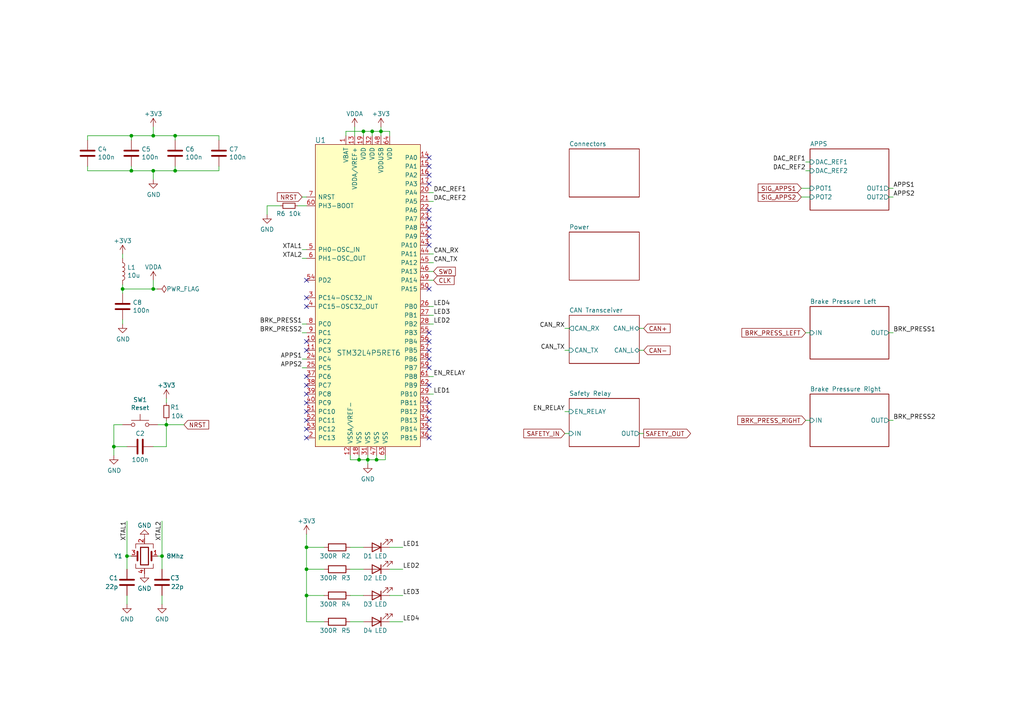
<source format=kicad_sch>
(kicad_sch (version 20230121) (generator eeschema)
  (paper "A4")
  (title_block (title "Accelerator Pedal Position Sensor") (date "2023-04-22") (rev "2.0") (company "S. Sambor") (comment 1 "J. Jurczak") (comment 2 "P. Gawron") (comment 3 "I. Kajdan"))
  (lib_symbols
    (symbol "Device:C" (pin_numbers hide) (pin_names (offset 0.254))
      (property "Reference" "C" (at 0.635 2.54 0))
      (property "Value" "C" (at 0.635 -2.54 0))
      (symbol "C_0_1"
        (polyline (pts (xy -2.032 -0.762) (xy 2.032 -0.762)) (stroke (width 0.508)))
        (polyline (pts (xy -2.032 0.762) (xy 2.032 0.762)) (stroke (width 0.508)))
      )
      (symbol "C_1_1"
        (pin passive line (at 0 3.81 270) (length 2.794) (name "~") (number "1"))
        (pin passive line (at 0 -3.81 90) (length 2.794) (name "~") (number "2"))
      )
    )
    (symbol "Device:Crystal_GND24" (pin_names (offset 1.016) hide)
      (property "Reference" "Y" (at 3.175 5.08 0))
      (property "Value" "Crystal_GND24" (at 3.175 3.175 0))
      (symbol "Crystal_GND24_0_1"
        (rectangle (start -1.143 2.54) (end 1.143 -2.54) (stroke (width 0.3048)))
        (polyline (pts (xy -2.54 0) (xy -2.032 0)))
        (polyline (pts (xy -2.032 -1.27) (xy -2.032 1.27)) (stroke (width 0.508)))
        (polyline (pts (xy 0 -3.81) (xy 0 -3.556)))
        (polyline (pts (xy 0 3.556) (xy 0 3.81)))
        (polyline (pts (xy 2.032 -1.27) (xy 2.032 1.27)) (stroke (width 0.508)))
        (polyline (pts (xy 2.032 0) (xy 2.54 0)))
        (polyline (pts (xy -2.54 -2.286) (xy -2.54 -3.556) (xy 2.54 -3.556) (xy 2.54 -2.286)))
        (polyline (pts (xy -2.54 2.286) (xy -2.54 3.556) (xy 2.54 3.556) (xy 2.54 2.286)))
      )
      (symbol "Crystal_GND24_1_1"
        (pin passive line (at -3.81 0 0) (length 1.27) (name "1") (number "1"))
        (pin passive line (at 0 5.08 270) (length 1.27) (name "2") (number "2"))
        (pin passive line (at 3.81 0 180) (length 1.27) (name "3") (number "3"))
        (pin passive line (at 0 -5.08 90) (length 1.27) (name "4") (number "4"))
      )
    )
    (symbol "Device:L" (pin_numbers hide) (pin_names (offset 1.016) hide)
      (property "Reference" "L" (at -1.27 0 90))
      (property "Value" "L" (at 1.905 0 90))
      (symbol "L_0_1"
        (arc (start 0 -2.54) (mid 0.6323 -1.905) (end 0 -1.27))
        (arc (start 0 -1.27) (mid 0.6323 -0.635) (end 0 0))
        (arc (start 0 0) (mid 0.6323 0.635) (end 0 1.27))
        (arc (start 0 1.27) (mid 0.6323 1.905) (end 0 2.54))
      )
      (symbol "L_1_1"
        (pin passive line (at 0 3.81 270) (length 1.27) (name "1") (number "1"))
        (pin passive line (at 0 -3.81 90) (length 1.27) (name "2") (number "2"))
      )
    )
    (symbol "Device:LED" (pin_numbers hide) (pin_names (offset 1.016) hide)
      (property "Reference" "D" (at 0 2.54 0))
      (property "Value" "LED" (at 0 -2.54 0))
      (symbol "LED_0_1"
        (polyline (pts (xy -1.27 -1.27) (xy -1.27 1.27)) (stroke (width 0.254)))
        (polyline (pts (xy -1.27 0) (xy 1.27 0)))
        (polyline (pts (xy 1.27 -1.27) (xy 1.27 1.27) (xy -1.27 0) (xy 1.27 -1.27)) (stroke (width 0.254)))
        (polyline (pts (xy -3.048 -0.762) (xy -4.572 -2.286) (xy -3.81 -2.286) (xy -4.572 -2.286) (xy -4.572 -1.524)))
        (polyline (pts (xy -1.778 -0.762) (xy -3.302 -2.286) (xy -2.54 -2.286) (xy -3.302 -2.286) (xy -3.302 -1.524)))
      )
      (symbol "LED_1_1"
        (pin passive line (at -3.81 0 0) (length 2.54) (name "K") (number "1"))
        (pin passive line (at 3.81 0 180) (length 2.54) (name "A") (number "2"))
      )
    )
    (symbol "Device:R" (pin_numbers hide) (pin_names (offset 0))
      (property "Reference" "R" (at 2.032 0 90))
      (property "Value" "R" (at 0 0 90))
      (symbol "R_0_1"
        (rectangle (start -1.016 -2.54) (end 1.016 2.54) (stroke (width 0.254)))
      )
      (symbol "R_1_1"
        (pin passive line (at 0 3.81 270) (length 1.27) (name "~") (number "1"))
        (pin passive line (at 0 -3.81 90) (length 1.27) (name "~") (number "2"))
      )
    )
    (symbol "Device:R_Small" (pin_numbers hide) (pin_names (offset 0.254) hide)
      (property "Reference" "R" (at 0.762 0.508 0))
      (property "Value" "R_Small" (at 0.762 -1.016 0))
      (symbol "R_Small_0_1"
        (rectangle (start -0.762 1.778) (end 0.762 -1.778) (stroke (width 0.2032)))
      )
      (symbol "R_Small_1_1"
        (pin passive line (at 0 2.54 270) (length 0.762) (name "~") (number "1"))
        (pin passive line (at 0 -2.54 90) (length 0.762) (name "~") (number "2"))
      )
    )
    (symbol "STM32L4P5RET6:STM32L4P5RET6" (pin_names (offset 0.762))
      (property "Reference" "U" (at -13.97 43.18 0))
      (property "Value" "STM32L4P5RET6" (at 0 -20.32 90))
      (symbol "STM32L4P5RET6_0_0"
        (pin power_in line (at -6.35 44.45 270) (length 2.54) (name "VBAT") (number "1"))
        (pin bidirectional line (at -17.78 -15.24 0) (length 2.54) (name "PC2") (number "10"))
        (pin bidirectional line (at -17.78 -17.78 0) (length 2.54) (name "PC3") (number "11"))
        (pin power_in line (at -5.08 -48.26 90) (length 2.54) (name "VSSA/VREF-") (number "12"))
        (pin power_in line (at -3.81 44.45 270) (length 2.54) (name "VDDA/VREF+") (number "13"))
        (pin bidirectional line (at 17.78 38.1 180) (length 2.54) (name "PA0") (number "14"))
        (pin bidirectional line (at 17.78 35.56 180) (length 2.54) (name "PA1") (number "15"))
        (pin bidirectional line (at 17.78 33.02 180) (length 2.54) (name "PA2") (number "16"))
        (pin bidirectional line (at 17.78 30.48 180) (length 2.54) (name "PA3") (number "17"))
        (pin power_in line (at -2.54 -48.26 90) (length 2.54) (name "VSS") (number "18"))
        (pin power_in line (at -1.27 44.45 270) (length 2.54) (name "VDD") (number "19"))
        (pin bidirectional line (at -17.78 -43.18 0) (length 2.54) (name "PC13") (number "2"))
        (pin bidirectional line (at 17.78 27.94 180) (length 2.54) (name "PA4") (number "20"))
        (pin bidirectional line (at 17.78 25.4 180) (length 2.54) (name "PA5") (number "21"))
        (pin bidirectional line (at 17.78 22.86 180) (length 2.54) (name "PA6") (number "22"))
        (pin bidirectional line (at 17.78 20.32 180) (length 2.54) (name "PA7") (number "23"))
        (pin bidirectional line (at -17.78 -20.32 0) (length 2.54) (name "PC4") (number "24"))
        (pin bidirectional line (at -17.78 -22.86 0) (length 2.54) (name "PC5") (number "25"))
        (pin bidirectional line (at 17.78 -5.08 180) (length 2.54) (name "PB0") (number "26"))
        (pin bidirectional line (at 17.78 -7.62 180) (length 2.54) (name "PB1") (number "27"))
        (pin bidirectional line (at 17.78 -10.16 180) (length 2.54) (name "PB2") (number "28"))
        (pin bidirectional line (at 17.78 -30.48 180) (length 2.54) (name "PB10") (number "29"))
        (pin bidirectional line (at -17.78 -2.54 0) (length 2.54) (name "PC14-OSC32_IN") (number "3"))
        (pin bidirectional line (at 17.78 -33.02 180) (length 2.54) (name "PB11") (number "30"))
        (pin power_in line (at 0 -48.26 90) (length 2.54) (name "VSS") (number "31"))
        (pin power_in line (at 1.27 44.45 270) (length 2.54) (name "VDD") (number "32"))
        (pin bidirectional line (at 17.78 -35.56 180) (length 2.54) (name "PB12") (number "33"))
        (pin bidirectional line (at 17.78 -38.1 180) (length 2.54) (name "PB13") (number "34"))
        (pin bidirectional line (at 17.78 -40.64 180) (length 2.54) (name "PB14") (number "35"))
        (pin bidirectional line (at 17.78 -43.18 180) (length 2.54) (name "PB15") (number "36"))
        (pin bidirectional line (at -17.78 -25.4 0) (length 2.54) (name "PC6") (number "37"))
        (pin bidirectional line (at -17.78 -27.94 0) (length 2.54) (name "PC7") (number "38"))
        (pin bidirectional line (at -17.78 -30.48 0) (length 2.54) (name "PC8") (number "39"))
        (pin bidirectional line (at -17.78 -5.08 0) (length 2.54) (name "PC15-OSC32_OUT") (number "4"))
        (pin bidirectional line (at -17.78 -33.02 0) (length 2.54) (name "PC9") (number "40"))
        (pin bidirectional line (at 17.78 17.78 180) (length 2.54) (name "PA8") (number "41"))
        (pin bidirectional line (at 17.78 15.24 180) (length 2.54) (name "PA9") (number "42"))
        (pin bidirectional line (at 17.78 12.7 180) (length 2.54) (name "PA10") (number "43"))
        (pin bidirectional line (at 17.78 10.16 180) (length 2.54) (name "PA11") (number "44"))
        (pin bidirectional line (at 17.78 7.62 180) (length 2.54) (name "PA12") (number "45"))
        (pin bidirectional line (at 17.78 5.08 180) (length 2.54) (name "PA13") (number "46"))
        (pin power_in line (at 2.54 -48.26 90) (length 2.54) (name "VSS") (number "47"))
        (pin power_in line (at 3.81 44.45 270) (length 2.54) (name "VDDUSB") (number "48"))
        (pin bidirectional line (at 17.78 2.54 180) (length 2.54) (name "PA14") (number "49"))
        (pin input line (at -17.78 11.43 0) (length 2.54) (name "PH0-OSC_IN") (number "5"))
        (pin bidirectional line (at 17.78 0 180) (length 2.54) (name "PA15") (number "50"))
        (pin bidirectional line (at -17.78 -35.56 0) (length 2.54) (name "PC10") (number "51"))
        (pin bidirectional line (at -17.78 -38.1 0) (length 2.54) (name "PC11") (number "52"))
        (pin bidirectional line (at -17.78 -40.64 0) (length 2.54) (name "PC12") (number "53"))
        (pin bidirectional line (at -17.78 2.54 0) (length 2.54) (name "PD2") (number "54"))
        (pin bidirectional line (at 17.78 -12.7 180) (length 2.54) (name "PB3") (number "55"))
        (pin bidirectional line (at 17.78 -15.24 180) (length 2.54) (name "PB4") (number "56"))
        (pin bidirectional line (at 17.78 -17.78 180) (length 2.54) (name "PB5") (number "57"))
        (pin bidirectional line (at 17.78 -20.32 180) (length 2.54) (name "PB6") (number "58"))
        (pin bidirectional line (at 17.78 -22.86 180) (length 2.54) (name "PB7") (number "59"))
        (pin input line (at -17.78 8.89 0) (length 2.54) (name "PH1-OSC_OUT") (number "6"))
        (pin input line (at -17.78 24.13 0) (length 2.54) (name "PH3-BOOT") (number "60"))
        (pin bidirectional line (at 17.78 -25.4 180) (length 2.54) (name "PB8") (number "61"))
        (pin bidirectional line (at 17.78 -27.94 180) (length 2.54) (name "PB9") (number "62"))
        (pin power_in line (at 5.08 -48.26 90) (length 2.54) (name "VSS") (number "63"))
        (pin power_in line (at 6.35 44.45 270) (length 2.54) (name "VDD") (number "64"))
        (pin input line (at -17.78 26.67 0) (length 2.54) (name "NRST") (number "7"))
        (pin bidirectional line (at -17.78 -10.16 0) (length 2.54) (name "PC0") (number "8"))
        (pin bidirectional line (at -17.78 -12.7 0) (length 2.54) (name "PC1") (number "9"))
      )
      (symbol "STM32L4P5RET6_0_1"
        (rectangle (start 15.24 41.91) (end -15.24 -45.72) (fill (type background)))
      )
    )
    (symbol "Switch:SW_Push" (pin_numbers hide) (pin_names (offset 1.016) hide)
      (property "Reference" "SW" (at 1.27 2.54 0))
      (property "Value" "SW_Push" (at 0 -1.524 0))
      (symbol "SW_Push_0_1"
        (circle (center -2.032 0) (radius 0.508))
        (polyline (pts (xy 0 1.27) (xy 0 3.048)))
        (polyline (pts (xy 2.54 1.27) (xy -2.54 1.27)))
        (circle (center 2.032 0) (radius 0.508))
        (pin passive line (at -5.08 0 0) (length 2.54) (name "1") (number "1"))
        (pin passive line (at 5.08 0 180) (length 2.54) (name "2") (number "2"))
      )
    )
    (symbol "power:+3V3" (power) (pin_names (offset 0))
      (property "Value" "+3V3" (at 0 3.556 0))
      (symbol "+3V3_0_1"
        (polyline (pts (xy -0.762 1.27) (xy 0 2.54)))
        (polyline (pts (xy 0 0) (xy 0 2.54)))
        (polyline (pts (xy 0 2.54) (xy 0.762 1.27)))
      )
      (symbol "+3V3_1_1"
        (pin power_in line (at 0 0 90) (length 0) hide (name "+3V3") (number "1"))
      )
    )
    (symbol "power:GND" (power) (pin_names (offset 0))
      (property "Value" "GND" (at 0 -3.81 0))
      (symbol "GND_0_1"
        (polyline (pts (xy 0 0) (xy 0 -1.27) (xy 1.27 -1.27) (xy 0 -2.54) (xy -1.27 -1.27) (xy 0 -1.27)))
      )
      (symbol "GND_1_1"
        (pin power_in line (at 0 0 270) (length 0) hide (name "GND") (number "1"))
      )
    )
    (symbol "power:PWR_FLAG" (power) (pin_numbers hide) (pin_names (offset 0) hide)
      (property "Value" "PWR_FLAG" (at 0 3.81 0))
      (symbol "PWR_FLAG_0_0"
        (pin power_out line (at 0 0 90) (length 0) (name "pwr") (number "1"))
      )
      (symbol "PWR_FLAG_0_1"
        (polyline (pts (xy 0 0) (xy 0 1.27) (xy -1.016 1.905) (xy 0 2.54) (xy 1.016 1.905) (xy 0 1.27)))
      )
    )
    (symbol "power:VDDA" (power) (pin_names (offset 0))
      (property "Value" "VDDA" (at 0 3.81 0))
      (symbol "VDDA_0_1"
        (polyline (pts (xy -0.762 1.27) (xy 0 2.54)))
        (polyline (pts (xy 0 0) (xy 0 2.54)))
        (polyline (pts (xy 0 2.54) (xy 0.762 1.27)))
      )
      (symbol "VDDA_1_1"
        (pin power_in line (at 0 0 90) (length 0) hide (name "VDDA") (number "1"))
      )
    )
  )
  (junction (at 44.45 49.53))
  (junction (at 36.83 161.29))
  (junction (at 106.68 133.35))
  (junction (at 48.26 123.19))
  (junction (at 50.8 39.37))
  (junction (at 50.8 49.53))
  (junction (at 38.1 49.53))
  (junction (at 35.56 83.82))
  (junction (at 109.22 133.35))
  (junction (at 107.95 38.1))
  (junction (at 44.45 83.82))
  (junction (at 33.02 129.54))
  (junction (at 104.14 133.35))
  (junction (at 88.9 158.75))
  (junction (at 44.45 39.37))
  (junction (at 88.9 165.1))
  (junction (at 38.1 39.37))
  (junction (at 105.41 38.1))
  (junction (at 110.49 38.1))
  (junction (at 88.9 172.72))
  (junction (at 46.99 161.29))
  (no_connect (at 124.46 60.96))
  (no_connect (at 124.46 63.5))
  (no_connect (at 124.46 53.34))
  (no_connect (at 124.46 50.8))
  (no_connect (at 124.46 48.26))
  (no_connect (at 124.46 45.72))
  (no_connect (at 124.46 104.14))
  (no_connect (at 124.46 106.68))
  (no_connect (at 124.46 101.6))
  (no_connect (at 124.46 96.52))
  (no_connect (at 124.46 99.06))
  (no_connect (at 124.46 83.82))
  (no_connect (at 124.46 71.12))
  (no_connect (at 124.46 68.58))
  (no_connect (at 124.46 66.04))
  (no_connect (at 88.9 88.9))
  (no_connect (at 88.9 86.36))
  (no_connect (at 88.9 81.28))
  (no_connect (at 88.9 109.22))
  (no_connect (at 88.9 111.76))
  (no_connect (at 88.9 99.06))
  (no_connect (at 88.9 101.6))
  (no_connect (at 124.46 119.38))
  (no_connect (at 124.46 121.92))
  (no_connect (at 124.46 124.46))
  (no_connect (at 124.46 127))
  (no_connect (at 124.46 116.84))
  (no_connect (at 124.46 111.76))
  (no_connect (at 88.9 127))
  (no_connect (at 88.9 124.46))
  (no_connect (at 88.9 114.3))
  (no_connect (at 88.9 116.84))
  (no_connect (at 88.9 119.38))
  (no_connect (at 88.9 121.92))
  (wire (pts (xy 125.73 73.66) (xy 124.46 73.66)))
  (wire (pts (xy 77.47 59.69) (xy 81.28 59.69)))
  (wire (pts (xy 44.45 39.37) (xy 50.8 39.37)))
  (wire (pts (xy 35.56 73.66) (xy 35.56 74.93)))
  (wire (pts (xy 104.14 133.35) (xy 104.14 132.08)))
  (wire (pts (xy 125.73 76.2) (xy 124.46 76.2)))
  (wire (pts (xy 232.41 57.15) (xy 234.95 57.15)))
  (wire (pts (xy 101.6 172.72) (xy 105.41 172.72)))
  (wire (pts (xy 33.02 132.08) (xy 33.02 129.54)))
  (wire (pts (xy 25.4 49.53) (xy 25.4 48.26)))
  (wire (pts (xy 125.73 91.44) (xy 124.46 91.44)))
  (wire (pts (xy 111.76 133.35) (xy 111.76 132.08)))
  (wire (pts (xy 93.98 180.34) (xy 88.9 180.34)))
  (wire (pts (xy 33.02 123.19) (xy 35.56 123.19)))
  (wire (pts (xy 44.45 129.54) (xy 48.26 129.54)))
  (wire (pts (xy 88.9 158.75) (xy 93.98 158.75)))
  (wire (pts (xy 233.68 121.92) (xy 234.95 121.92)))
  (wire (pts (xy 45.72 161.29) (xy 46.99 161.29)))
  (wire (pts (xy 233.68 49.53) (xy 234.95 49.53)))
  (wire (pts (xy 44.45 49.53) (xy 50.8 49.53)))
  (wire (pts (xy 44.45 39.37) (xy 38.1 39.37)))
  (wire (pts (xy 38.1 48.26) (xy 38.1 49.53)))
  (wire (pts (xy 109.22 133.35) (xy 111.76 133.35)))
  (wire (pts (xy 100.33 38.1) (xy 100.33 39.37)))
  (wire (pts (xy 233.68 96.52) (xy 234.95 96.52)))
  (wire (pts (xy 88.9 180.34) (xy 88.9 172.72)))
  (wire (pts (xy 44.45 36.83) (xy 44.45 39.37)))
  (wire (pts (xy 101.6 132.08) (xy 101.6 133.35)))
  (wire (pts (xy 48.26 123.19) (xy 53.34 123.19)))
  (wire (pts (xy 35.56 85.09) (xy 35.56 83.82)))
  (wire (pts (xy 36.83 161.29) (xy 38.1 161.29)))
  (wire (pts (xy 185.42 95.25) (xy 186.69 95.25)))
  (wire (pts (xy 77.47 59.69) (xy 77.47 62.23)))
  (wire (pts (xy 88.9 172.72) (xy 93.98 172.72)))
  (wire (pts (xy 110.49 38.1) (xy 113.03 38.1)))
  (wire (pts (xy 87.63 74.93) (xy 88.9 74.93)))
  (wire (pts (xy 48.26 115.57) (xy 48.26 116.84)))
  (wire (pts (xy 36.83 161.29) (xy 36.83 165.1)))
  (wire (pts (xy 38.1 39.37) (xy 25.4 39.37)))
  (wire (pts (xy 101.6 133.35) (xy 104.14 133.35)))
  (wire (pts (xy 106.68 133.35) (xy 106.68 134.62)))
  (wire (pts (xy 113.03 165.1) (xy 116.84 165.1)))
  (wire (pts (xy 44.45 49.53) (xy 44.45 52.07)))
  (wire (pts (xy 113.03 38.1) (xy 113.03 39.37)))
  (wire (pts (xy 107.95 38.1) (xy 110.49 38.1)))
  (wire (pts (xy 163.83 95.25) (xy 165.1 95.25)))
  (wire (pts (xy 88.9 93.98) (xy 87.63 93.98)))
  (wire (pts (xy 38.1 49.53) (xy 44.45 49.53)))
  (wire (pts (xy 106.68 133.35) (xy 109.22 133.35)))
  (wire (pts (xy 87.63 104.14) (xy 88.9 104.14)))
  (wire (pts (xy 125.73 88.9) (xy 124.46 88.9)))
  (wire (pts (xy 45.72 83.82) (xy 44.45 83.82)))
  (wire (pts (xy 102.87 36.83) (xy 102.87 39.37)))
  (wire (pts (xy 125.73 55.88) (xy 124.46 55.88)))
  (wire (pts (xy 45.72 123.19) (xy 48.26 123.19)))
  (wire (pts (xy 46.99 151.13) (xy 46.99 161.29)))
  (wire (pts (xy 109.22 133.35) (xy 109.22 132.08)))
  (wire (pts (xy 100.33 38.1) (xy 105.41 38.1)))
  (wire (pts (xy 125.73 58.42) (xy 124.46 58.42)))
  (wire (pts (xy 233.68 46.99) (xy 234.95 46.99)))
  (wire (pts (xy 113.03 158.75) (xy 116.84 158.75)))
  (wire (pts (xy 101.6 180.34) (xy 105.41 180.34)))
  (wire (pts (xy 232.41 54.61) (xy 234.95 54.61)))
  (wire (pts (xy 185.42 125.73) (xy 186.69 125.73)))
  (wire (pts (xy 46.99 175.26) (xy 46.99 172.72)))
  (wire (pts (xy 113.03 172.72) (xy 116.84 172.72)))
  (wire (pts (xy 101.6 165.1) (xy 105.41 165.1)))
  (wire (pts (xy 63.5 39.37) (xy 63.5 40.64)))
  (wire (pts (xy 88.9 165.1) (xy 88.9 158.75)))
  (wire (pts (xy 107.95 38.1) (xy 107.95 39.37)))
  (wire (pts (xy 110.49 36.83) (xy 110.49 38.1)))
  (wire (pts (xy 50.8 48.26) (xy 50.8 49.53)))
  (wire (pts (xy 163.83 125.73) (xy 165.1 125.73)))
  (wire (pts (xy 38.1 49.53) (xy 25.4 49.53)))
  (wire (pts (xy 257.81 96.52) (xy 259.08 96.52)))
  (wire (pts (xy 35.56 82.55) (xy 35.56 83.82)))
  (wire (pts (xy 35.56 92.71) (xy 35.56 93.98)))
  (wire (pts (xy 88.9 165.1) (xy 93.98 165.1)))
  (wire (pts (xy 48.26 129.54) (xy 48.26 123.19)))
  (wire (pts (xy 101.6 158.75) (xy 105.41 158.75)))
  (wire (pts (xy 125.73 114.3) (xy 124.46 114.3)))
  (wire (pts (xy 163.83 119.38) (xy 165.1 119.38)))
  (wire (pts (xy 87.63 106.68) (xy 88.9 106.68)))
  (wire (pts (xy 185.42 101.6) (xy 186.69 101.6)))
  (wire (pts (xy 88.9 154.94) (xy 88.9 158.75)))
  (wire (pts (xy 257.81 54.61) (xy 259.08 54.61)))
  (wire (pts (xy 87.63 72.39) (xy 88.9 72.39)))
  (wire (pts (xy 88.9 96.52) (xy 87.63 96.52)))
  (wire (pts (xy 44.45 83.82) (xy 35.56 83.82)))
  (wire (pts (xy 257.81 121.92) (xy 259.08 121.92)))
  (wire (pts (xy 50.8 39.37) (xy 50.8 40.64)))
  (wire (pts (xy 125.73 109.22) (xy 124.46 109.22)))
  (wire (pts (xy 125.73 78.74) (xy 124.46 78.74)))
  (wire (pts (xy 163.83 101.6) (xy 165.1 101.6)))
  (wire (pts (xy 33.02 129.54) (xy 33.02 123.19)))
  (wire (pts (xy 110.49 38.1) (xy 110.49 39.37)))
  (wire (pts (xy 38.1 39.37) (xy 38.1 40.64)))
  (wire (pts (xy 87.63 57.15) (xy 88.9 57.15)))
  (wire (pts (xy 44.45 81.28) (xy 44.45 83.82)))
  (wire (pts (xy 105.41 39.37) (xy 105.41 38.1)))
  (wire (pts (xy 63.5 39.37) (xy 50.8 39.37)))
  (wire (pts (xy 106.68 132.08) (xy 106.68 133.35)))
  (wire (pts (xy 63.5 48.26) (xy 63.5 49.53)))
  (wire (pts (xy 33.02 129.54) (xy 36.83 129.54)))
  (wire (pts (xy 25.4 39.37) (xy 25.4 40.64)))
  (wire (pts (xy 48.26 121.92) (xy 48.26 123.19)))
  (wire (pts (xy 46.99 165.1) (xy 46.99 161.29)))
  (wire (pts (xy 125.73 93.98) (xy 124.46 93.98)))
  (wire (pts (xy 125.73 81.28) (xy 124.46 81.28)))
  (wire (pts (xy 257.81 57.15) (xy 259.08 57.15)))
  (wire (pts (xy 86.36 59.69) (xy 88.9 59.69)))
  (wire (pts (xy 105.41 38.1) (xy 107.95 38.1)))
  (wire (pts (xy 36.83 172.72) (xy 36.83 175.26)))
  (wire (pts (xy 104.14 133.35) (xy 106.68 133.35)))
  (wire (pts (xy 113.03 180.34) (xy 116.84 180.34)))
  (wire (pts (xy 36.83 151.13) (xy 36.83 161.29)))
  (wire (pts (xy 63.5 49.53) (xy 50.8 49.53)))
  (wire (pts (xy 88.9 165.1) (xy 88.9 172.72)))
  (label "LED2" (at 116.84 165.1 0))
  (label "XTAL2" (at 46.99 151.13 270))
  (label "DAC_REF2" (at 233.68 49.53 180))
  (label "LED2" (at 125.73 93.98 0))
  (label "XTAL2" (at 87.63 74.93 180))
  (label "XTAL1" (at 87.63 72.39 180))
  (label "BRK_PRESS2" (at 87.63 96.52 180))
  (label "APPS2" (at 259.08 57.15 0))
  (label "BRK_PRESS2" (at 259.08 121.92 0))
  (label "BRK_PRESS1" (at 87.63 93.98 180))
  (label "XTAL1" (at 36.83 151.13 270))
  (label "APPS1" (at 87.63 104.14 180))
  (label "LED3" (at 125.73 91.44 0))
  (label "APPS2" (at 87.63 106.68 180))
  (label "LED3" (at 116.84 172.72 0))
  (label "BRK_PRESS1" (at 259.08 96.52 0))
  (label "LED4" (at 116.84 180.34 0))
  (label "CAN_TX" (at 125.73 76.2 0))
  (label "EN_RELAY" (at 125.73 109.22 0))
  (label "APPS1" (at 259.08 54.61 0))
  (label "LED1" (at 125.73 114.3 0))
  (label "LED1" (at 116.84 158.75 0))
  (label "DAC_REF1" (at 125.73 55.88 0))
  (label "EN_RELAY" (at 163.83 119.38 180))
  (label "CAN_TX" (at 163.83 101.6 180))
  (label "LED4" (at 125.73 88.9 0))
  (label "DAC_REF2" (at 125.73 58.42 0))
  (label "CAN_RX" (at 125.73 73.66 0))
  (label "CAN_RX" (at 163.83 95.25 180))
  (label "DAC_REF1" (at 233.68 46.99 180))
  (global_label "BRK_PRESS_RIGHT" (shape input) (at 233.68 121.92 180) (property "Intersheetrefs" "${INTERSHEET_REFS}" (effects hide)))
  (global_label "CLK" (shape input) (at 125.73 81.28 0) (property "Intersheetrefs" "${INTERSHEET_REFS}" (effects hide)))
  (global_label "BRK_PRESS_LEFT" (shape input) (at 233.68 96.52 180) (property "Intersheetrefs" "${INTERSHEET_REFS}" (effects hide)))
  (global_label "SIG_APPS1" (shape input) (at 232.41 54.61 180) (property "Intersheetrefs" "${INTERSHEET_REFS}" (effects hide)))
  (global_label "SAFETY_OUT" (shape output) (at 186.69 125.73 0) (property "Intersheetrefs" "${INTERSHEET_REFS}" (effects hide)))
  (global_label "CAN-" (shape input) (at 186.69 101.6 0) (property "Intersheetrefs" "${INTERSHEET_REFS}" (effects hide)))
  (global_label "NRST" (shape input) (at 87.63 57.15 180) (property "Intersheetrefs" "${INTERSHEET_REFS}" (effects hide)))
  (global_label "SAFETY_IN" (shape input) (at 163.83 125.73 180) (property "Intersheetrefs" "${INTERSHEET_REFS}" (effects hide)))
  (global_label "SWD" (shape input) (at 125.73 78.74 0) (property "Intersheetrefs" "${INTERSHEET_REFS}" (effects hide)))
  (global_label "NRST" (shape input) (at 53.34 123.19 0) (property "Intersheetrefs" "${INTERSHEET_REFS}" (effects hide)))
  (global_label "CAN+" (shape input) (at 186.69 95.25 0) (property "Intersheetrefs" "${INTERSHEET_REFS}" (effects hide)))
  (global_label "SIG_APPS2" (shape input) (at 232.41 57.15 180) (property "Intersheetrefs" "${INTERSHEET_REFS}" (effects hide)))
  (symbol (lib_id "Device:C") (at 25.4 44.45 0) (unit 1)
    (property "Reference" "C4" (at 28.321 43.2816 0) (effects (justify left)))
    (property "Value" "100n" (at 28.321 45.593 0) (effects (justify left)))
    (property "Footprint" "Capacitor_SMD:C_0603_1608Metric_Pad1.08x0.95mm_HandSolder" (effects hide))
  )
  (symbol (lib_id "Device:C") (at 38.1 44.45 0) (unit 1)
    (property "Reference" "C5" (at 41.021 43.2816 0) (effects (justify left)))
    (property "Value" "100n" (at 41.021 45.593 0) (effects (justify left)))
    (property "Footprint" "Capacitor_SMD:C_0603_1608Metric_Pad1.08x0.95mm_HandSolder" (effects hide))
  )
  (symbol (lib_id "Device:C") (at 50.8 44.45 0) (unit 1)
    (property "Reference" "C6" (at 53.721 43.2816 0) (effects (justify left)))
    (property "Value" "100n" (at 53.721 45.593 0) (effects (justify left)))
    (property "Footprint" "Capacitor_SMD:C_0603_1608Metric_Pad1.08x0.95mm_HandSolder" (effects hide))
  )
  (symbol (lib_id "Device:C") (at 63.5 44.45 0) (unit 1)
    (property "Reference" "C7" (at 66.421 43.2816 0) (effects (justify left)))
    (property "Value" "100n" (at 66.421 45.593 0) (effects (justify left)))
    (property "Footprint" "Capacitor_SMD:C_0603_1608Metric_Pad1.08x0.95mm_HandSolder" (effects hide))
  )
  (symbol (lib_id "Device:L") (at 35.56 78.74 0) (unit 1)
    (property "Reference" "L1" (at 36.9062 77.5716 0) (effects (justify left)))
    (property "Value" "10u" (at 36.9062 79.883 0) (effects (justify left)))
    (property "Footprint" "Inductor_SMD:L_0603_1608Metric_Pad1.05x0.95mm_HandSolder" (effects hide))
  )
  (symbol (lib_id "Device:C") (at 35.56 88.9 0) (unit 1)
    (property "Reference" "C8" (at 38.481 87.7316 0) (effects (justify left)))
    (property "Value" "100n" (at 38.481 90.043 0) (effects (justify left)))
    (property "Footprint" "Capacitor_SMD:C_0603_1608Metric_Pad1.08x0.95mm_HandSolder" (effects hide))
  )
  (symbol (lib_id "power:GND") (at 44.45 52.07 0) (unit 1)
    (property "Reference" "#PWR06" (effects hide))
    (property "Value" "GND" (at 44.577 56.4642 0))
  )
  (symbol (lib_id "power:GND") (at 35.56 93.98 0) (unit 1)
    (property "Reference" "#PWR07" (effects hide))
    (property "Value" "GND" (at 35.687 98.3742 0))
  )
  (symbol (lib_id "Device:R_Small") (at 83.82 59.69 90) (mirror x) (unit 1)
    (property "Reference" "R6" (at 82.804 61.976 90) (effects (justify left)))
    (property "Value" "10k" (at 87.376 61.976 90) (effects (justify left)))
    (property "Footprint" "Resistor_SMD:R_0603_1608Metric_Pad0.98x0.95mm_HandSolder" (effects hide))
  )
  (symbol (lib_id "Device:C") (at 40.64 129.54 270) (unit 1)
    (property "Reference" "C2" (at 40.64 125.73 90))
    (property "Value" "100n" (at 40.64 133.35 90))
    (property "Footprint" "Capacitor_SMD:C_0603_1608Metric_Pad1.08x0.95mm_HandSolder" (effects hide))
  )
  (symbol (lib_id "Switch:SW_Push") (at 40.64 123.19 0) (unit 1)
    (property "Reference" "SW1" (at 40.64 115.951 0))
    (property "Value" "Reset" (at 40.64 118.2624 0))
    (property "Footprint" "Button_Switch_THT:SW_PUSH_6mm" (effects hide))
  )
  (symbol (lib_id "Device:C") (at 36.83 168.91 0) (unit 1)
    (property "Reference" "C1" (at 34.29 167.64 0) (effects (justify right)))
    (property "Value" "22p" (at 34.29 170.18 0) (effects (justify right)))
    (property "Footprint" "Capacitor_SMD:C_0603_1608Metric_Pad1.08x0.95mm_HandSolder" (effects hide))
  )
  (symbol (lib_id "Device:C") (at 46.99 168.91 0) (unit 1)
    (property "Reference" "C3" (at 52.07 167.64 0) (effects (justify right)))
    (property "Value" "22p" (at 53.34 170.18 0) (effects (justify right)))
    (property "Footprint" "Capacitor_SMD:C_0603_1608Metric_Pad1.08x0.95mm_HandSolder" (effects hide))
  )
  (symbol (lib_id "Device:R") (at 97.79 180.34 90) (unit 1)
    (property "Reference" "R5" (at 100.33 182.88 90))
    (property "Value" "300R" (at 95.25 182.88 90))
    (property "Footprint" "Resistor_SMD:R_0603_1608Metric_Pad0.98x0.95mm_HandSolder" (effects hide))
  )
  (symbol (lib_id "Device:R") (at 97.79 172.72 270) (unit 1)
    (property "Reference" "R4" (at 100.33 175.26 90))
    (property "Value" "300R" (at 95.25 175.26 90))
    (property "Footprint" "Resistor_SMD:R_0603_1608Metric_Pad0.98x0.95mm_HandSolder" (effects hide))
  )
  (symbol (lib_id "Device:R") (at 97.79 165.1 270) (unit 1)
    (property "Reference" "R3" (at 100.33 167.64 90))
    (property "Value" "300R" (at 95.25 167.64 90))
    (property "Footprint" "Resistor_SMD:R_0603_1608Metric_Pad0.98x0.95mm_HandSolder" (effects hide))
  )
  (symbol (lib_id "Device:LED") (at 109.22 180.34 180) (unit 1)
    (property "Reference" "D4" (at 106.68 182.88 0))
    (property "Value" "LED" (at 110.49 182.88 0))
    (property "Footprint" "LED_SMD:LED_0603_1608Metric_Pad1.05x0.95mm_HandSolder" (effects hide))
  )
  (symbol (lib_id "Device:LED") (at 109.22 172.72 180) (unit 1)
    (property "Reference" "D3" (at 106.68 175.26 0))
    (property "Value" "LED" (at 110.49 175.26 0))
    (property "Footprint" "LED_SMD:LED_0603_1608Metric_Pad1.05x0.95mm_HandSolder" (effects hide))
  )
  (symbol (lib_id "Device:LED") (at 109.22 165.1 180) (unit 1)
    (property "Reference" "D2" (at 106.68 167.64 0))
    (property "Value" "LED" (at 110.49 167.64 0))
    (property "Footprint" "LED_SMD:LED_0603_1608Metric_Pad1.05x0.95mm_HandSolder" (effects hide))
  )
  (symbol (lib_id "power:GND") (at 33.02 132.08 0) (unit 1)
    (property "Reference" "#PWR01" (effects hide))
    (property "Value" "GND" (at 33.147 136.4742 0))
  )
  (symbol (lib_id "Device:R_Small") (at 48.26 119.38 180) (unit 1)
    (property "Reference" "R1" (at 52.07 118.11 0) (effects (justify left)))
    (property "Value" "10k" (at 53.34 120.65 0) (effects (justify left)))
    (property "Footprint" "Resistor_SMD:R_0603_1608Metric_Pad0.98x0.95mm_HandSolder" (effects hide))
  )
  (symbol (lib_id "STM32L4P5RET6:STM32L4P5RET6") (at 106.68 83.82 0) (unit 1)
    (property "Reference" "U1" (at 92.964 40.64 0) (effects (font (size 1.524 1.524))))
    (property "Value" "STM32L4P5RET6" (at 106.934 102.362 0) (effects (font (size 1.524 1.524))))
    (property "Footprint" "Package_QFP:LQFP-64_10x10mm_P0.5mm" (effects hide))
    (property "Datasheet" "https://www.st.com/resource/en/datasheet/stm32l4p5ve.pdf" (effects hide))
  )
  (symbol (lib_id "power:VDDA") (at 102.87 36.83 0) (unit 1)
    (property "Reference" "#PWR072" (effects hide))
    (property "Value" "VDDA" (at 102.87 33.02 0))
  )
  (symbol (lib_id "power:GND") (at 41.91 156.21 180) (unit 1)
    (property "Reference" "#PWR03" (effects hide))
    (property "Value" "GND" (at 41.91 152.4 0))
  )
  (symbol (lib_id "power:GND") (at 46.99 175.26 0) (unit 1)
    (property "Reference" "#PWR05" (effects hide))
    (property "Value" "GND" (at 46.99 179.578 0))
  )
  (symbol (lib_id "power:GND") (at 77.47 62.23 0) (unit 1)
    (property "Reference" "#PWR08" (effects hide))
    (property "Value" "GND" (at 77.47 66.548 0))
  )
  (symbol (lib_id "power:GND") (at 36.83 175.26 0) (unit 1)
    (property "Reference" "#PWR02" (effects hide))
    (property "Value" "GND" (at 36.83 179.578 0))
  )
  (symbol (lib_id "power:+3V3") (at 110.49 36.83 0) (unit 1)
    (property "Reference" "#PWR063" (effects hide))
    (property "Value" "+3V3" (at 110.49 33.02 0))
  )
  (symbol (lib_id "power:+3V3") (at 88.9 154.94 0) (unit 1)
    (property "Reference" "#PWR067" (effects hide))
    (property "Value" "+3V3" (at 88.9 151.13 0))
  )
  (symbol (lib_id "Device:LED") (at 109.22 158.75 180) (unit 1)
    (property "Reference" "D1" (at 106.68 161.29 0))
    (property "Value" "LED" (at 110.49 161.29 0))
    (property "Footprint" "LED_SMD:LED_0603_1608Metric_Pad1.05x0.95mm_HandSolder" (effects hide))
  )
  (symbol (lib_id "power:PWR_FLAG") (at 45.72 83.82 270) (unit 1)
    (property "Reference" "#FLG01" (effects hide))
    (property "Value" "PWR_FLAG" (at 48.26 83.82 90) (effects (justify left)))
  )
  (symbol (lib_id "power:+3V3") (at 44.45 36.83 0) (unit 1)
    (property "Reference" "#PWR065" (effects hide))
    (property "Value" "+3V3" (at 44.45 33.02 0))
  )
  (symbol (lib_id "power:GND") (at 41.91 166.37 0) (unit 1)
    (property "Reference" "#PWR04" (effects hide))
    (property "Value" "GND" (at 41.91 170.688 0))
  )
  (symbol (lib_id "Device:R") (at 97.79 158.75 90) (unit 1)
    (property "Reference" "R2" (at 100.33 161.29 90))
    (property "Value" "300R" (at 95.25 161.29 90))
    (property "Footprint" "Resistor_SMD:R_0603_1608Metric_Pad0.98x0.95mm_HandSolder" (effects hide))
  )
  (symbol (lib_id "Device:Crystal_GND24") (at 41.91 161.29 0) (mirror y) (unit 1)
    (property "Reference" "Y1" (at 33.02 161.29 0) (effects (justify right)))
    (property "Value" "8Mhz" (at 48.26 161.29 0) (effects (justify right)))
    (property "Footprint" "Crystal:Crystal_SMD_3225-4Pin_3.2x2.5mm" (effects hide))
  )
  (symbol (lib_id "power:GND") (at 106.68 134.62 0) (unit 1)
    (property "Reference" "#PWR09" (effects hide))
    (property "Value" "GND" (at 106.68 138.938 0))
  )
  (symbol (lib_id "power:+3V3") (at 35.56 73.66 0) (unit 1)
    (property "Reference" "#PWR064" (effects hide))
    (property "Value" "+3V3" (at 35.56 69.85 0))
  )
  (symbol (lib_id "power:+3V3") (at 48.26 115.57 0) (unit 1)
    (property "Reference" "#PWR066" (effects hide))
    (property "Value" "+3V3" (at 48.26 111.76 0))
  )
  (symbol (lib_id "power:VDDA") (at 44.45 81.28 0) (unit 1)
    (property "Reference" "#PWR071" (effects hide))
    (property "Value" "VDDA" (at 44.45 77.47 0))
  )
  (sheet (at 165.1 67.31) (size 20.32 13.97)
    (property "Sheetname" "Power" (at 165.1 66.5984 0) (effects (justify left bottom)))
    (property "Sheetfile" "power_module.kicad_sch" (effects hide))
  )
  (sheet (at 165.1 91.44) (size 20.32 13.97)
    (property "Sheetname" "CAN Transceiver" (at 165.1 90.7284 0) (effects (justify left bottom)))
    (property "Sheetfile" "can_transceiver.kicad_sch" (effects hide))
    (pin "CAN_H" bidirectional (at 185.42 95.25 0))
    (pin "CAN_L" bidirectional (at 185.42 101.6 0))
    (pin "CAN_RX" output (at 165.1 95.25 180))
    (pin "CAN_TX" input (at 165.1 101.6 180))
  )
  (sheet (at 165.1 115.57) (size 20.32 13.97)
    (property "Sheetname" "Safety Relay" (at 165.1 114.8584 0) (effects (justify left bottom)))
    (property "Sheetfile" "safety_relay.kicad_sch" (effects hide))
    (pin "EN_RELAY" input (at 165.1 119.38 180))
    (pin "IN" input (at 165.1 125.73 180))
    (pin "OUT" output (at 185.42 125.73 0))
  )
  (sheet (at 234.95 43.18) (size 22.86 17.78)
    (property "Sheetname" "APPS" (at 234.95 42.4684 0) (effects (justify left bottom)))
    (property "Sheetfile" "analog_inputs.kicad_sch" (effects hide))
    (pin "OUT2" output (at 257.81 57.15 0))
    (pin "OUT1" output (at 257.81 54.61 0))
    (pin "POT2" input (at 234.95 57.15 180))
    (pin "POT1" input (at 234.95 54.61 180))
    (pin "DAC_REF2" input (at 234.95 49.53 180))
    (pin "DAC_REF1" input (at 234.95 46.99 180))
  )
  (sheet (at 165.1 43.18) (size 20.32 13.97)
    (property "Sheetname" "Connectors" (at 165.1 42.4684 0) (effects (justify left bottom)))
    (property "Sheetfile" "connectors.kicad_sch" (effects hide))
  )
  (sheet (at 234.95 114.3) (size 22.86 15.24) (stroke (width 0.1524))
    (property "Sheetname" "Brake Pressure Right" (at 234.95 113.5884 0) (effects (justify left bottom)))
    (property "Sheetfile" "brake_pressure.kicad_sch" (effects hide))
    (pin "IN" input (at 234.95 121.92 180))
    (pin "OUT" output (at 257.81 121.92 0))
  )
  (sheet (at 234.95 88.9) (size 22.86 15.24) (stroke (width 0.1524))
    (property "Sheetname" "Brake Pressure Left" (at 234.95 88.1884 0) (effects (justify left bottom)))
    (property "Sheetfile" "brake_pressure.kicad_sch" (effects hide))
    (pin "IN" input (at 234.95 96.52 180))
    (pin "OUT" output (at 257.81 96.52 0))
  )
)
</source>
